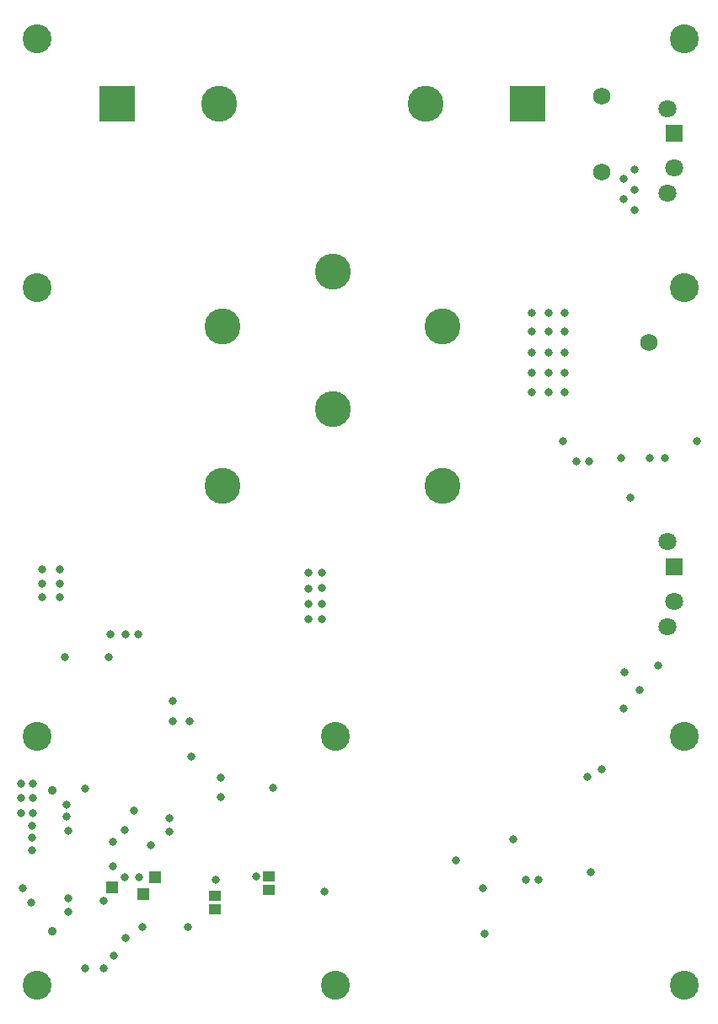
<source format=gbs>
G04*
G04 #@! TF.GenerationSoftware,Altium Limited,Altium Designer,18.1.7 (191)*
G04*
G04 Layer_Color=16711935*
%FSLAX25Y25*%
%MOIN*%
G70*
G01*
G75*
%ADD58R,0.04737X0.04737*%
%ADD65R,0.04537X0.04143*%
%ADD71C,0.11430*%
%ADD72C,0.03556*%
%ADD73C,0.14186*%
%ADD74R,0.14186X0.14186*%
%ADD75C,0.07099*%
%ADD76R,0.07099X0.07099*%
%ADD77C,0.06800*%
%ADD78C,0.03162*%
D58*
X56693Y52362D02*
D03*
X39370Y48425D02*
D03*
X51968Y45669D02*
D03*
D65*
X101575Y52658D02*
D03*
Y47343D02*
D03*
X80315Y45177D02*
D03*
Y39862D02*
D03*
D71*
X265748Y108268D02*
D03*
X9843Y285433D02*
D03*
X265748D02*
D03*
X265748Y383858D02*
D03*
X265748Y9843D02*
D03*
X9843Y383858D02*
D03*
Y108268D02*
D03*
X127953D02*
D03*
Y9843D02*
D03*
X9843D02*
D03*
D72*
X15748Y31299D02*
D03*
Y86811D02*
D03*
D73*
X170276Y207087D02*
D03*
X83268D02*
D03*
Y270079D02*
D03*
X170276D02*
D03*
X126772Y237402D02*
D03*
Y291732D02*
D03*
X81890Y358268D02*
D03*
X163386D02*
D03*
D74*
X41378D02*
D03*
X203898D02*
D03*
D75*
X259331Y322835D02*
D03*
Y356299D02*
D03*
X261811Y332677D02*
D03*
X259331Y151575D02*
D03*
Y185039D02*
D03*
X261811Y161417D02*
D03*
D76*
Y346457D02*
D03*
Y175197D02*
D03*
D77*
X233071Y361024D02*
D03*
Y331102D02*
D03*
X251969Y263779D02*
D03*
D78*
X96457Y52756D02*
D03*
X80528Y51575D02*
D03*
X123622Y46850D02*
D03*
X44488Y71260D02*
D03*
X39764Y56693D02*
D03*
X50098Y52461D02*
D03*
X20866Y139370D02*
D03*
X38189D02*
D03*
X205512Y251969D02*
D03*
Y244094D02*
D03*
X212205Y259842D02*
D03*
X218504D02*
D03*
X205512D02*
D03*
X218504Y268110D02*
D03*
Y275590D02*
D03*
X205512Y268110D02*
D03*
X218504Y244094D02*
D03*
X218504Y251969D02*
D03*
X212205Y275590D02*
D03*
X205512D02*
D03*
X212205Y268110D02*
D03*
Y251969D02*
D03*
X246063Y332283D02*
D03*
X241732Y328346D02*
D03*
X246063Y324213D02*
D03*
X241732Y320472D02*
D03*
X246063Y316142D02*
D03*
X44488Y52362D02*
D03*
X54961Y65118D02*
D03*
X39764Y66535D02*
D03*
X7874Y72835D02*
D03*
X62205Y75984D02*
D03*
Y70472D02*
D03*
X7874Y68110D02*
D03*
Y62992D02*
D03*
X48031Y78740D02*
D03*
X70866Y100000D02*
D03*
X103150Y87795D02*
D03*
X233327Y95020D02*
D03*
X228740Y54331D02*
D03*
X175591Y59055D02*
D03*
X270866Y224803D02*
D03*
X228346Y216929D02*
D03*
X252362Y218110D02*
D03*
X258268D02*
D03*
X217717Y224803D02*
D03*
X223228Y216929D02*
D03*
X240945Y218110D02*
D03*
X244488Y202362D02*
D03*
X28740Y87402D02*
D03*
X22047Y38976D02*
D03*
Y44094D02*
D03*
X21654Y81102D02*
D03*
Y76378D02*
D03*
X186221Y48031D02*
D03*
X203150Y51575D02*
D03*
X208268D02*
D03*
X8268Y83858D02*
D03*
Y77953D02*
D03*
X3543D02*
D03*
Y83858D02*
D03*
Y89370D02*
D03*
X8268D02*
D03*
X18898Y174016D02*
D03*
Y168504D02*
D03*
Y162992D02*
D03*
X11811D02*
D03*
Y168504D02*
D03*
Y174016D02*
D03*
X122441Y172835D02*
D03*
X117323D02*
D03*
Y166535D02*
D03*
X122441Y166667D02*
D03*
X117323Y160630D02*
D03*
X122441Y160499D02*
D03*
X117323Y154331D02*
D03*
X122441D02*
D03*
X38976Y148425D02*
D03*
X50000D02*
D03*
X44882D02*
D03*
X63386Y122047D02*
D03*
Y114173D02*
D03*
X70079D02*
D03*
X212205Y244094D02*
D03*
X198342Y67323D02*
D03*
X22047Y70866D02*
D03*
X187008Y30315D02*
D03*
X82677Y91732D02*
D03*
Y84252D02*
D03*
X227559Y92126D02*
D03*
X242126Y133465D02*
D03*
X255512Y136221D02*
D03*
X248031Y126378D02*
D03*
X241732Y119291D02*
D03*
X51575Y32677D02*
D03*
X44882Y28346D02*
D03*
X7480Y42520D02*
D03*
X4331Y48031D02*
D03*
X69685Y32677D02*
D03*
X36220Y43307D02*
D03*
X40157Y21654D02*
D03*
X36220Y16535D02*
D03*
X28740D02*
D03*
M02*

</source>
